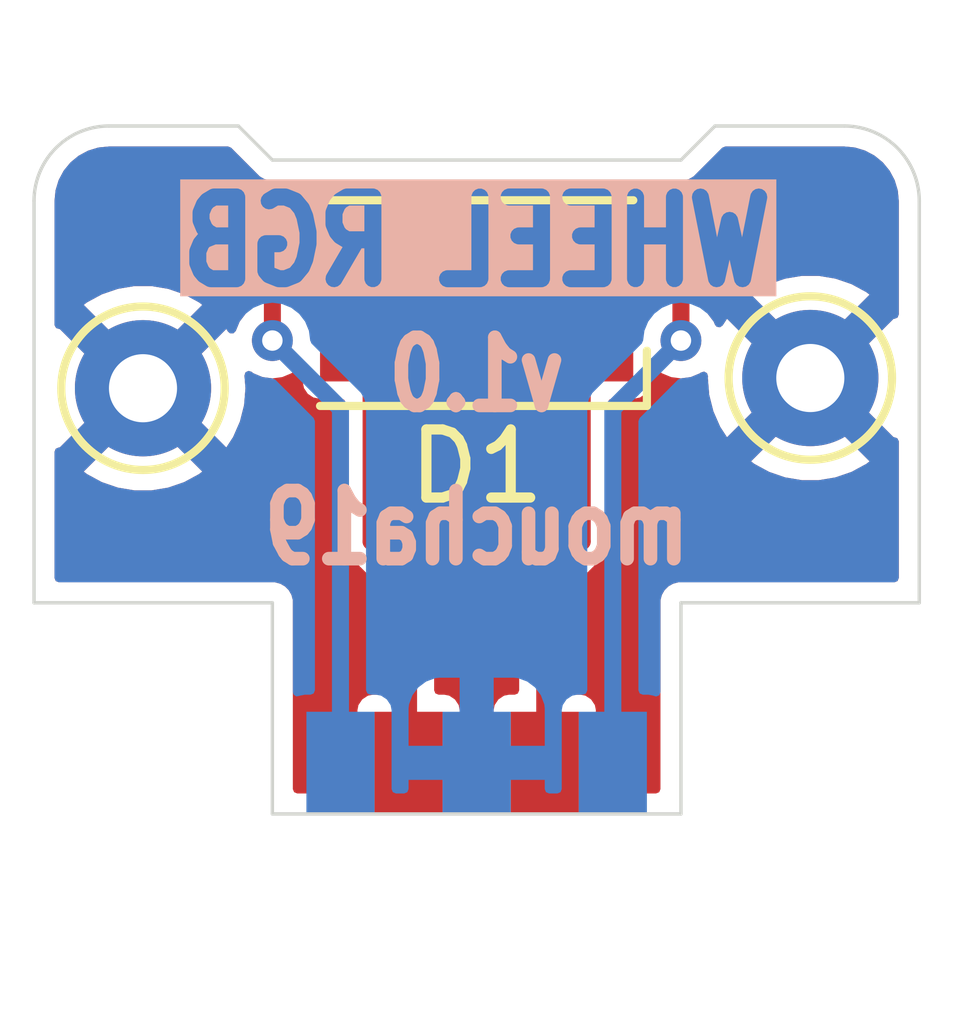
<source format=kicad_pcb>
(kicad_pcb (version 20240108) (generator "pcbnew") (generator_version "8.0")
  (title_block (title "Chakram Scroll Wheel - RGB") (date "2024-07-19") (rev "1.0") (company "Petr Moucha") (comment 2 "Any use or reproduction unrelated to this project is prohibited.") (comment 3 "The fly logo is the property of Petr Moucha. ") (comment 4 "Licensed under CERN-OHL-W v2"))
  (layers (0 "F.Cu" signal) (31 "B.Cu" signal) (34 "B.Paste" user) (35 "F.Paste" user) (36 "B.SilkS" user "B.Silkscreen") (37 "F.SilkS" user "F.Silkscreen") (38 "B.Mask" user) (39 "F.Mask" user) (44 "Edge.Cuts" user))
  (net 0 "")
  (net 1 "VDD")
  (net 2 "/G")
  (net 3 "/R")
  (net 4 "/B")
  (net 5 "GND")
  (footprint "TestPoint:TestPoint_THTPad_D2.0mm_Drill1.0mm" (layer "F.Cu") (at 111.6 54.45)
    (property "Reference" "TP1" (hide yes))
    (property "Value" "GND" (hide yes))
    (fp_circle (center 0 0) (end 0 1.2) (stroke (width 0.12)) (fill none) (layer "F.SilkS"))
    (pad "1" thru_hole circle (at 0 0) (size 2 2) (drill 1) (layers "*.Cu" "*.Mask") (net 5 "GND"))
  )
  (footprint "LED_SMD:LED_RGB_Wuerth-PLCC4_3.2x2.8mm_150141M173100" (layer "F.Cu") (at 116.5 53.2 180)
    (property "Reference" "D1" (at 0 -2.4 0) (layer "F.SilkS"))
    (property "Value" "LED_ABRG")
    (fp_line (start -2.3 1.51) (end 2.3 1.51) (stroke (width 0.12)) (layer "F.SilkS"))
    (fp_line (start -2.5 -0.7) (end -2.5 -1.51) (stroke (width 0.12)) (layer "F.SilkS"))
    (fp_line (start -2.5 -1.51) (end 2.3 -1.51) (stroke (width 0.12)) (layer "F.SilkS"))
    (pad "1" smd rect (at 1.55 -0.7 180) (size 1.5 0.9) (layers "F.Cu" "F.Paste" "F.Mask") (net 1 "VDD"))
    (pad "2" smd rect (at 1.55 0.7 180) (size 1.5 0.9) (layers "F.Cu" "F.Paste" "F.Mask") (net 4 "/B"))
    (pad "3" smd rect (at -1.55 -0.7 180) (size 1.5 0.9) (layers "F.Cu" "F.Paste" "F.Mask") (net 3 "/R"))
    (pad "4" smd rect (at -1.55 0.7 180) (size 1.5 0.9) (layers "F.Cu" "F.Paste" "F.Mask") (net 2 "/G"))
  )
  (footprint "TestPoint:TestPoint_THTPad_D2.0mm_Drill1.0mm" (layer "F.Cu") (at 121.4 54.3)
    (property "Reference" "TP2" (hide yes))
    (property "Value" "GND" (hide yes))
    (fp_circle (center 0 0) (end 0 1.2) (stroke (width 0.12)) (fill none) (layer "F.SilkS"))
    (pad "1" thru_hole circle (at 0 0) (size 2 2) (drill 1) (layers "*.Cu" "*.Mask") (net 5 "GND"))
  )
  (footprint "Moucha_Modules:LED_Chakram_Edge" (layer "B.Cu") (at 116.5 59.95 90)
    (property "Reference" "J1" (hide yes))
    (property "Value" "Edge pins")
    (pad "1" connect rect (at 0 2 90) (size 1.5 1) (layers "B.Cu" "B.Mask") (net 2 "/G"))
    (pad "2" connect rect (at 0 0 90) (size 1.5 1) (layers "B.Cu" "B.Mask") (net 5 "GND"))
    (pad "3" connect rect (at 0 -2 90) (size 1.5 1) (layers "B.Cu" "B.Mask") (net 4 "/B"))
    (pad "4" connect rect (at 0 1 90) (size 1.5 1) (layers "F.Cu" "F.Mask") (net 3 "/R"))
    (pad "5" connect rect (at 0 -1 90) (size 1.5 1) (layers "F.Cu" "F.Mask") (net 1 "VDD"))
  )
  (gr_line (start 110 51.7) (end 110 57.6) (stroke (width 0.05)) (layer "Edge.Cuts"))
  (gr_line (start 113.5 51.1) (end 119.5 51.1) (stroke (width 0.05)) (layer "Edge.Cuts"))
  (gr_line (start 110 57.6) (end 113.5 57.6) (stroke (width 0.05)) (layer "Edge.Cuts"))
  (gr_line (start 119.5 51.1) (end 120 50.6) (stroke (width 0.05)) (layer "Edge.Cuts"))
  (gr_arc (start 121.9 50.6) (mid 122.677817 50.922183) (end 123 51.7) (stroke (width 0.05)) (layer "Edge.Cuts"))
  (gr_line (start 119.5 57.6) (end 119.5 60.7) (stroke (width 0.05)) (layer "Edge.Cuts"))
  (gr_line (start 113 50.6) (end 113.5 51.1) (stroke (width 0.05)) (layer "Edge.Cuts"))
  (gr_line (start 121.9 50.6) (end 120 50.6) (stroke (width 0.05)) (layer "Edge.Cuts"))
  (gr_line (start 113.5 60.7) (end 119.5 60.7) (stroke (width 0.05)) (layer "Edge.Cuts"))
  (gr_line (start 111.1 50.6) (end 113 50.6) (stroke (width 0.05)) (layer "Edge.Cuts"))
  (gr_arc (start 110 51.7) (mid 110.322183 50.922183) (end 111.1 50.6) (stroke (width 0.05)) (layer "Edge.Cuts"))
  (gr_line (start 119.5 57.6) (end 123 57.6) (stroke (width 0.05)) (layer "Edge.Cuts"))
  (gr_line (start 113.5 57.6) (end 113.5 60.7) (stroke (width 0.05)) (layer "Edge.Cuts"))
  (gr_line (start 123 51.7) (end 123 57.6) (stroke (width 0.05)) (layer "Edge.Cuts"))
  (gr_text "v${REVISION}" (at 116.5 54.25 0) (layer "B.SilkS") (effects (font (size 1 0.8) (thickness 0.2) (bold yes)) (justify mirror)))
  (gr_text "WHEEL RGB" (at 116.5 52.3 0) (layer "B.SilkS" knockout) (effects (font (size 1.2 1) (thickness 0.25) (bold yes)) (justify mirror)))
  (gr_text "moucha19" (at 116.5 56.5 0) (layer "B.SilkS") (effects (font (size 1 0.8) (thickness 0.2) (bold yes)) (justify mirror)))
  (segment (start 115.5 57.25) (end 115.5 59.95) (width 0.25) (layer "F.Cu") (net 1))
  (segment (start 114.95 53.9) (end 114.95 56.7) (width 0.25) (layer "F.Cu") (net 1))
  (segment (start 114.95 56.7) (end 115.5 57.25) (width 0.25) (layer "F.Cu") (net 1))
  (segment (start 119.5 53) (end 119 52.5) (width 0.25) (layer "F.Cu") (net 2))
  (segment (start 119.5 53.75) (end 119.5 53) (width 0.25) (layer "F.Cu") (net 2))
  (segment (start 119 52.5) (end 118.05 52.5) (width 0.25) (layer "F.Cu") (net 2))
  (via (at 119.5 53.75) (size 0.6) (drill 0.3) (layers "F.Cu" "B.Cu") (net 2))
  (segment (start 118.5 54.75) (end 118.5 59.95) (width 0.25) (layer "B.Cu") (net 2))
  (segment (start 119.5 53.75) (end 118.5 54.75) (width 0.25) (layer "B.Cu") (net 2))
  (segment (start 118.05 53.9) (end 118.05 56.7) (width 0.25) (layer "F.Cu") (net 3))
  (segment (start 117.5 57.25) (end 117.5 59.95) (width 0.25) (layer "F.Cu") (net 3))
  (segment (start 118.05 56.7) (end 117.5 57.25) (width 0.25) (layer "F.Cu") (net 3))
  (segment (start 113.5 53) (end 114 52.5) (width 0.25) (layer "F.Cu") (net 4))
  (segment (start 114 52.5) (end 114.95 52.5) (width 0.25) (layer "F.Cu") (net 4))
  (segment (start 113.5 53.75) (end 113.5 53) (width 0.25) (layer "F.Cu") (net 4))
  (via (at 113.5 53.75) (size 0.6) (drill 0.3) (layers "F.Cu" "B.Cu") (net 4))
  (segment (start 114.5 54.75) (end 114.5 59.95) (width 0.25) (layer "B.Cu") (net 4))
  (segment (start 113.5 53.75) (end 114.5 54.75) (width 0.25) (layer "B.Cu") (net 4))
  (zone (net 5) (net_name "GND") (layers "F&B.Cu") (connect_pads (clearance 0.25)) (min_thickness 0.13) (fill yes (thermal_gap 0.5) (thermal_bridge_width 0.5))
    (polygon (pts (xy 123.5 48.75) (xy 109.5 48.75) (xy 109.5 61.25) (xy 123.5 61.25)))
  )
)
</source>
